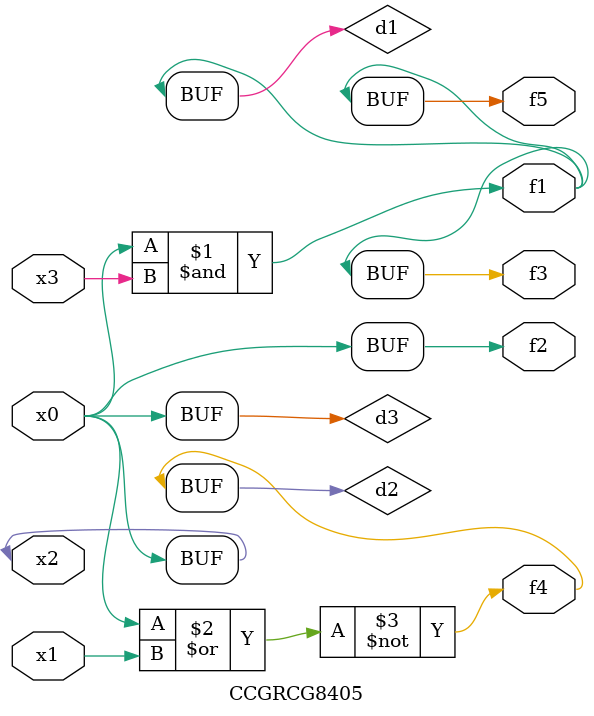
<source format=v>
module CCGRCG8405(
	input x0, x1, x2, x3,
	output f1, f2, f3, f4, f5
);

	wire d1, d2, d3;

	and (d1, x2, x3);
	nor (d2, x0, x1);
	buf (d3, x0, x2);
	assign f1 = d1;
	assign f2 = d3;
	assign f3 = d1;
	assign f4 = d2;
	assign f5 = d1;
endmodule

</source>
